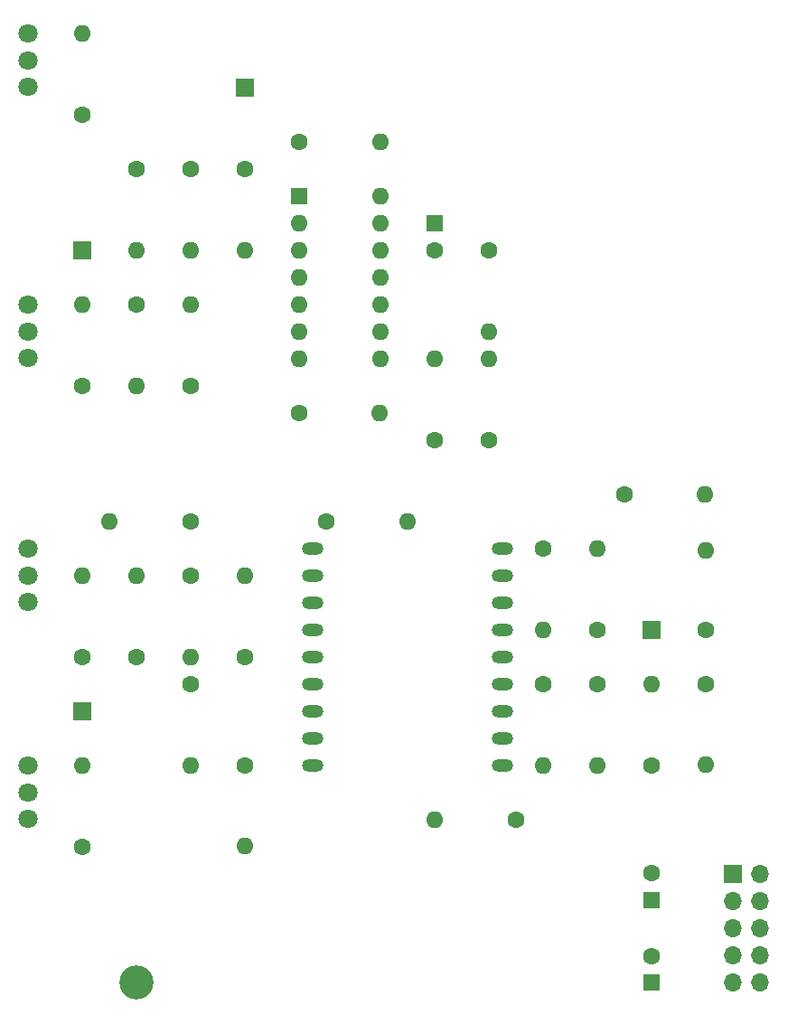
<source format=gbs>
G04 #@! TF.GenerationSoftware,KiCad,Pcbnew,(5.1.8-0-10_14)*
G04 #@! TF.CreationDate,2021-06-15T12:35:27+09:00*
G04 #@! TF.ProjectId,3320VCF,33333230-5643-4462-9e6b-696361645f70,rev?*
G04 #@! TF.SameCoordinates,Original*
G04 #@! TF.FileFunction,Soldermask,Bot*
G04 #@! TF.FilePolarity,Negative*
%FSLAX46Y46*%
G04 Gerber Fmt 4.6, Leading zero omitted, Abs format (unit mm)*
G04 Created by KiCad (PCBNEW (5.1.8-0-10_14)) date 2021-06-15 12:35:27*
%MOMM*%
%LPD*%
G01*
G04 APERTURE LIST*
%ADD10C,3.200000*%
%ADD11C,1.600000*%
%ADD12O,1.600000X1.600000*%
%ADD13R,1.600000X1.600000*%
%ADD14R,1.700000X1.700000*%
%ADD15O,1.700000X1.700000*%
%ADD16O,2.000000X1.200000*%
%ADD17C,1.800000*%
G04 APERTURE END LIST*
D10*
X104140000Y-134620000D03*
D11*
X119380000Y-81280000D03*
D12*
X126880000Y-81280000D03*
D11*
X104140000Y-58420000D03*
D12*
X104140000Y-66040000D03*
D11*
X114300000Y-104140000D03*
D12*
X114300000Y-96520000D03*
X99060000Y-71120000D03*
D11*
X99060000Y-78740000D03*
X104140000Y-71120000D03*
D12*
X104140000Y-78740000D03*
D11*
X99060000Y-53340000D03*
D12*
X99060000Y-45720000D03*
X109220000Y-71120000D03*
D11*
X109220000Y-78740000D03*
X109220000Y-58420000D03*
D12*
X109220000Y-66040000D03*
D11*
X142240000Y-106680000D03*
D12*
X142240000Y-114300000D03*
X147320000Y-114300000D03*
D11*
X147320000Y-106680000D03*
X99060000Y-121920000D03*
D12*
X99060000Y-114300000D03*
X137160000Y-76200000D03*
D11*
X137160000Y-83820000D03*
X109220000Y-106680000D03*
D12*
X109220000Y-114300000D03*
D11*
X109220000Y-96520000D03*
D12*
X109220000Y-104140000D03*
D11*
X109220000Y-91440000D03*
D12*
X101600000Y-91440000D03*
X132080000Y-76200000D03*
D11*
X132080000Y-83820000D03*
D12*
X114300000Y-66040000D03*
D11*
X114300000Y-58420000D03*
X119380000Y-55880000D03*
D12*
X127000000Y-55880000D03*
D13*
X132080000Y-63500000D03*
D11*
X132080000Y-66000000D03*
D12*
X132080000Y-119380000D03*
D11*
X139700000Y-119380000D03*
X104140000Y-104140000D03*
D12*
X104140000Y-96520000D03*
X99060000Y-96520000D03*
D11*
X99060000Y-104140000D03*
D12*
X157480000Y-94100000D03*
D11*
X157480000Y-101600000D03*
X157480000Y-106680000D03*
D12*
X157480000Y-114180000D03*
X114300000Y-121800000D03*
D11*
X114300000Y-114300000D03*
X149860000Y-88900000D03*
D12*
X157360000Y-88900000D03*
X137160000Y-73660000D03*
D11*
X137160000Y-66040000D03*
D12*
X152400000Y-106680000D03*
D11*
X152400000Y-114300000D03*
X147320000Y-101600000D03*
D12*
X147320000Y-93980000D03*
X142240000Y-101600000D03*
D11*
X142240000Y-93980000D03*
D12*
X129540000Y-91440000D03*
D11*
X121920000Y-91440000D03*
D14*
X160020000Y-124460000D03*
D15*
X162560000Y-124460000D03*
X160020000Y-127000000D03*
X162560000Y-127000000D03*
X160020000Y-129540000D03*
X162560000Y-129540000D03*
X160020000Y-132080000D03*
X162560000Y-132080000D03*
X160020000Y-134620000D03*
X162560000Y-134620000D03*
D14*
X99060000Y-66040000D03*
X152400000Y-101600000D03*
X99060000Y-109220000D03*
X114300000Y-50800000D03*
D13*
X119380000Y-60960000D03*
D12*
X127000000Y-76200000D03*
X119380000Y-63500000D03*
X127000000Y-73660000D03*
X119380000Y-66040000D03*
X127000000Y-71120000D03*
X119380000Y-68580000D03*
X127000000Y-68580000D03*
X119380000Y-71120000D03*
X127000000Y-66040000D03*
X119380000Y-73660000D03*
X127000000Y-63500000D03*
X119380000Y-76200000D03*
X127000000Y-60960000D03*
D16*
X120650000Y-114300000D03*
X138430000Y-114300000D03*
X120650000Y-111760000D03*
X138430000Y-111760000D03*
X120650000Y-109220000D03*
X138430000Y-109220000D03*
X120650000Y-106680000D03*
X138430000Y-106680000D03*
X120650000Y-104140000D03*
X138430000Y-104140000D03*
X120650000Y-101600000D03*
X138430000Y-101600000D03*
X120650000Y-99060000D03*
X138430000Y-99060000D03*
X120650000Y-96520000D03*
X138430000Y-96520000D03*
X120650000Y-93980000D03*
X138430000Y-93980000D03*
D17*
X93980000Y-71120000D03*
X93980000Y-73620000D03*
X93980000Y-76120000D03*
X93980000Y-50720000D03*
X93980000Y-48220000D03*
X93980000Y-45720000D03*
X93980000Y-119300000D03*
X93980000Y-116800000D03*
X93980000Y-114300000D03*
X93980000Y-93980000D03*
X93980000Y-96480000D03*
X93980000Y-98980000D03*
D13*
X152400000Y-134620000D03*
D11*
X152400000Y-132120000D03*
X152400000Y-124369758D03*
D13*
X152400000Y-126869758D03*
M02*

</source>
